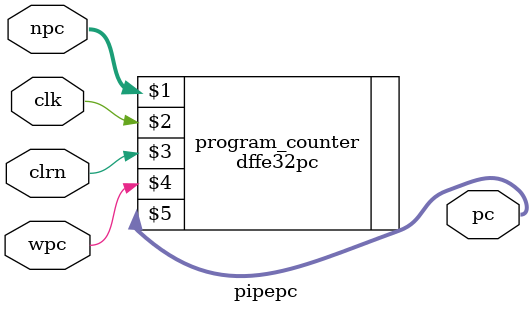
<source format=v>
module pipepc(npc, wpc, clk, clrn, pc);
	input [31:0]	npc;
	input 			wpc, clk, clrn;
	output [31:0]	pc;
	dffe32pc program_counter (npc,clk,clrn,wpc,pc);
endmodule
</source>
